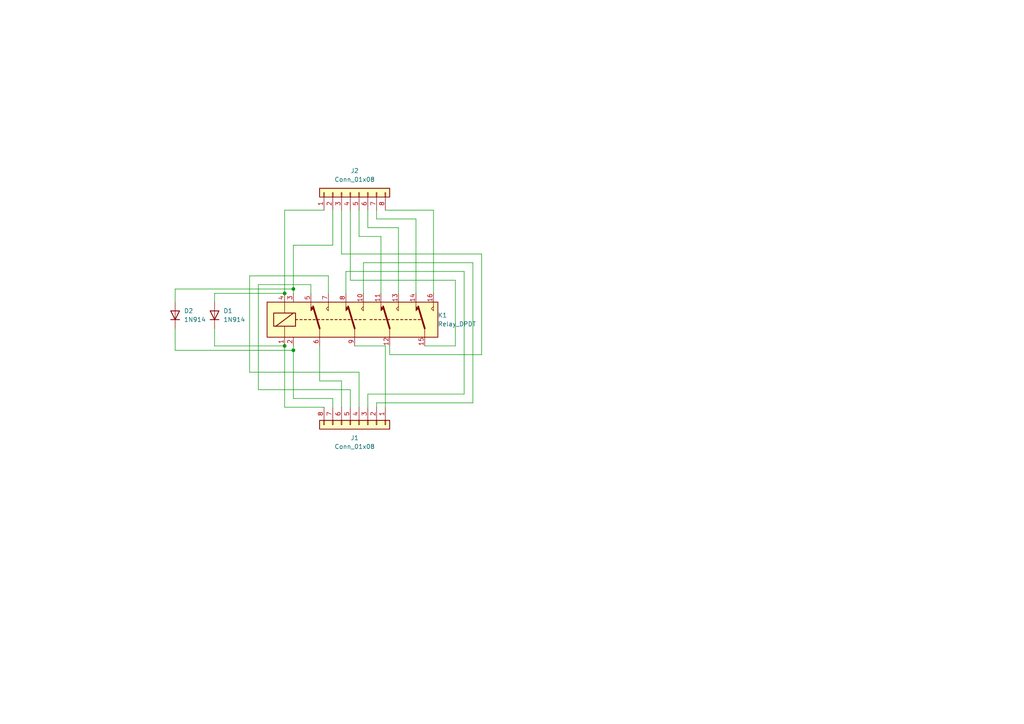
<source format=kicad_sch>
(kicad_sch (version 20230121) (generator eeschema)
  (paper "A4")
  (lib_symbols
    (symbol "Connector_Generic:Conn_01x08" (pin_names (offset 1.016) hide)
      (property "Reference" "J" (at 0 10.16 0))
      (property "Value" "Conn_01x08" (at 0 -12.7 0))
      (symbol "Conn_01x08_1_1"
        (rectangle (start -1.27 -10.033) (end 0 -10.287) (stroke (width 0.1524)))
        (rectangle (start -1.27 -7.493) (end 0 -7.747) (stroke (width 0.1524)))
        (rectangle (start -1.27 -4.953) (end 0 -5.207) (stroke (width 0.1524)))
        (rectangle (start -1.27 -2.413) (end 0 -2.667) (stroke (width 0.1524)))
        (rectangle (start -1.27 0.127) (end 0 -0.127) (stroke (width 0.1524)))
        (rectangle (start -1.27 2.667) (end 0 2.413) (stroke (width 0.1524)))
        (rectangle (start -1.27 5.207) (end 0 4.953) (stroke (width 0.1524)))
        (rectangle (start -1.27 7.747) (end 0 7.493) (stroke (width 0.1524)))
        (rectangle (start -1.27 8.89) (end 1.27 -11.43) (stroke (width 0.254)) (fill (type background)))
        (pin passive line (at -5.08 7.62 0) (length 3.81) (name "Pin_1") (number "1"))
        (pin passive line (at -5.08 5.08 0) (length 3.81) (name "Pin_2") (number "2"))
        (pin passive line (at -5.08 2.54 0) (length 3.81) (name "Pin_3") (number "3"))
        (pin passive line (at -5.08 0 0) (length 3.81) (name "Pin_4") (number "4"))
        (pin passive line (at -5.08 -2.54 0) (length 3.81) (name "Pin_5") (number "5"))
        (pin passive line (at -5.08 -5.08 0) (length 3.81) (name "Pin_6") (number "6"))
        (pin passive line (at -5.08 -7.62 0) (length 3.81) (name "Pin_7") (number "7"))
        (pin passive line (at -5.08 -10.16 0) (length 3.81) (name "Pin_8") (number "8"))
      )
    )
    (symbol "Diode:1N914" (pin_numbers hide) (pin_names hide)
      (property "Reference" "D" (at 0 2.54 0))
      (property "Value" "1N914" (at 0 -2.54 0))
      (symbol "1N914_0_1"
        (polyline (pts (xy -1.27 1.27) (xy -1.27 -1.27)) (stroke (width 0.254)))
        (polyline (pts (xy 1.27 0) (xy -1.27 0)))
        (polyline (pts (xy 1.27 1.27) (xy 1.27 -1.27) (xy -1.27 0) (xy 1.27 1.27)) (stroke (width 0.254)))
      )
      (symbol "1N914_1_1"
        (pin passive line (at -3.81 0 0) (length 2.54) (name "K") (number "1"))
        (pin passive line (at 3.81 0 180) (length 2.54) (name "A") (number "2"))
      )
    )
    (symbol "Relay:Relay_DPDT"
      (property "Reference" "K1" (at 34.29 1.27 0))
      (property "Value" "Relay_DPDT" (at 34.29 -1.27 0))
      (symbol "Relay_DPDT_0_1"
        (rectangle (start -15.24 5.08) (end 34.29 -5.08) (stroke (width 0.254)) (fill (type background)))
        (rectangle (start -13.335 1.905) (end -6.985 -1.905) (stroke (width 0.254)))
        (polyline (pts (xy -12.7 -1.905) (xy -7.62 1.905)) (stroke (width 0.254)))
        (polyline (pts (xy -10.16 -5.08) (xy -10.16 -1.905)))
        (polyline (pts (xy -10.16 5.08) (xy -10.16 1.905)))
        (polyline (pts (xy -6.985 0) (xy -6.35 0)) (stroke (width 0.254)))
        (polyline (pts (xy -5.715 0) (xy -5.08 0)) (stroke (width 0.254)))
        (polyline (pts (xy -4.445 0) (xy -3.81 0)) (stroke (width 0.254)))
        (polyline (pts (xy -3.175 0) (xy -2.54 0)) (stroke (width 0.254)))
        (polyline (pts (xy -1.905 0) (xy -1.27 0)) (stroke (width 0.254)))
        (polyline (pts (xy -0.635 0) (xy 0 0)) (stroke (width 0.254)))
        (polyline (pts (xy 0 -2.54) (xy -1.905 3.81)) (stroke (width 0.508)))
        (polyline (pts (xy 0 -2.54) (xy 0 -5.08)))
        (polyline (pts (xy 0.635 0) (xy 1.27 0)) (stroke (width 0.254)))
        (polyline (pts (xy 1.905 0) (xy 2.54 0)) (stroke (width 0.254)))
        (polyline (pts (xy 3.175 0) (xy 3.81 0)) (stroke (width 0.254)))
        (polyline (pts (xy 4.445 0) (xy 5.08 0)) (stroke (width 0.254)))
        (polyline (pts (xy 5.715 0) (xy 6.35 0)) (stroke (width 0.254)))
        (polyline (pts (xy 6.985 0) (xy 7.62 0)) (stroke (width 0.254)))
        (polyline (pts (xy 8.255 0) (xy 8.89 0)) (stroke (width 0.254)))
        (polyline (pts (xy 10.16 -2.54) (xy 8.255 3.81)) (stroke (width 0.508)))
        (polyline (pts (xy 10.16 -2.54) (xy 10.16 -5.08)))
        (polyline (pts (xy 10.16 0) (xy 10.795 0)) (stroke (width 0.254)))
        (polyline (pts (xy 11.43 0) (xy 12.065 0)) (stroke (width 0.254)))
        (polyline (pts (xy 12.7 0) (xy 13.335 0)) (stroke (width 0.254)))
        (polyline (pts (xy 14.605 0) (xy 15.24 0)) (stroke (width 0.254)))
        (polyline (pts (xy 15.875 0) (xy 16.51 0)) (stroke (width 0.254)))
        (polyline (pts (xy 17.145 0) (xy 17.78 0)) (stroke (width 0.254)))
        (polyline (pts (xy 18.415 0) (xy 19.05 0)) (stroke (width 0.254)))
        (polyline (pts (xy 19.685 0) (xy 20.32 0)) (stroke (width 0.254)))
        (polyline (pts (xy 20.32 -2.54) (xy 18.415 3.81)) (stroke (width 0.508)))
        (polyline (pts (xy 20.32 -2.54) (xy 20.32 -5.08)))
        (polyline (pts (xy 20.955 0) (xy 21.59 0)) (stroke (width 0.254)))
        (polyline (pts (xy 22.225 0) (xy 22.86 0)) (stroke (width 0.254)))
        (polyline (pts (xy 23.495 0) (xy 24.13 0)) (stroke (width 0.254)))
        (polyline (pts (xy 24.765 0) (xy 25.4 0)) (stroke (width 0.254)))
        (polyline (pts (xy 26.035 0) (xy 26.67 0)) (stroke (width 0.254)))
        (polyline (pts (xy 27.305 0) (xy 27.94 0)) (stroke (width 0.254)))
        (polyline (pts (xy 28.575 0) (xy 29.21 0)) (stroke (width 0.254)))
        (polyline (pts (xy 30.48 -2.54) (xy 28.575 3.81)) (stroke (width 0.508)))
        (polyline (pts (xy 30.48 -2.54) (xy 30.48 -5.08)))
        (polyline (pts (xy -2.54 5.08) (xy -2.54 2.54) (xy -1.905 3.175) (xy -2.54 3.81)) (fill (type outline)))
        (polyline (pts (xy 2.54 5.08) (xy 2.54 2.54) (xy 1.905 3.175) (xy 2.54 3.81)))
        (polyline (pts (xy 7.62 5.08) (xy 7.62 2.54) (xy 8.255 3.175) (xy 7.62 3.81)) (fill (type outline)))
        (polyline (pts (xy 12.7 5.08) (xy 12.7 2.54) (xy 12.065 3.175) (xy 12.7 3.81)))
        (polyline (pts (xy 17.78 5.08) (xy 17.78 2.54) (xy 18.415 3.175) (xy 17.78 3.81)) (fill (type outline)))
        (polyline (pts (xy 22.86 5.08) (xy 22.86 2.54) (xy 22.225 3.175) (xy 22.86 3.81)))
        (polyline (pts (xy 27.94 5.08) (xy 27.94 2.54) (xy 28.575 3.175) (xy 27.94 3.81)) (fill (type outline)))
        (polyline (pts (xy 33.02 5.08) (xy 33.02 2.54) (xy 32.385 3.175) (xy 33.02 3.81)))
      )
      (symbol "Relay_DPDT_1_1"
        (pin passive line (at -10.16 -7.62 90) (length 2.54) (name "~") (number "1"))
        (pin passive line (at 12.7 7.62 270) (length 2.54) (name "~") (number "10"))
        (pin passive line (at 17.78 7.62 270) (length 2.54) (name "~") (number "11"))
        (pin passive line (at 20.32 -7.62 90) (length 2.54) (name "~") (number "12"))
        (pin passive line (at 22.86 7.62 270) (length 2.54) (name "~") (number "13"))
        (pin passive line (at 27.94 7.62 270) (length 2.54) (name "~") (number "14"))
        (pin passive line (at 30.48 -7.62 90) (length 2.54) (name "~") (number "15"))
        (pin passive line (at 33.02 7.62 270) (length 2.54) (name "~") (number "16"))
        (pin passive line (at -7.62 -7.62 90) (length 2.54) (name "~") (number "2"))
        (pin passive line (at -7.62 7.62 270) (length 2.54) (name "~") (number "3"))
        (pin passive line (at -10.16 7.62 270) (length 2.54) (name "~") (number "4"))
        (pin passive line (at -2.54 7.62 270) (length 2.54) (name "~") (number "5"))
        (pin passive line (at 0 -7.62 90) (length 2.54) (name "~") (number "6"))
        (pin passive line (at 2.54 7.62 270) (length 2.54) (name "~") (number "7"))
        (pin passive line (at 7.62 7.62 270) (length 2.54) (name "~") (number "8"))
        (pin passive line (at 10.16 -7.62 90) (length 2.54) (name "~") (number "9"))
      )
    )
  )
  (junction (at 82.55 85.09))
  (junction (at 85.09 101.6))
  (junction (at 85.09 83.82))
  (junction (at 82.55 100.33))
  (wire (pts (xy 90.17 82.55) (xy 74.93 82.55)))
  (wire (pts (xy 96.52 115.57) (xy 96.52 118.11)))
  (wire (pts (xy 72.39 107.95) (xy 104.14 107.95)))
  (wire (pts (xy 85.09 83.82) (xy 85.09 71.12)))
  (wire (pts (xy 111.76 100.33) (xy 111.76 118.11)))
  (wire (pts (xy 125.73 85.09) (xy 125.73 60.96)))
  (wire (pts (xy 74.93 82.55) (xy 74.93 113.03)))
  (wire (pts (xy 106.68 66.04) (xy 106.68 60.96)))
  (wire (pts (xy 85.09 85.09) (xy 85.09 83.82)))
  (wire (pts (xy 134.62 114.3) (xy 106.68 114.3)))
  (wire (pts (xy 125.73 60.96) (xy 111.76 60.96)))
  (wire (pts (xy 85.09 100.33) (xy 85.09 101.6)))
  (wire (pts (xy 104.14 107.95) (xy 104.14 118.11)))
  (wire (pts (xy 62.23 85.09) (xy 62.23 87.63)))
  (wire (pts (xy 115.57 66.04) (xy 106.68 66.04)))
  (wire (pts (xy 101.6 81.28) (xy 101.6 60.96)))
  (wire (pts (xy 100.33 78.74) (xy 134.62 78.74)))
  (wire (pts (xy 109.22 63.5) (xy 109.22 60.96)))
  (wire (pts (xy 95.25 80.01) (xy 72.39 80.01)))
  (wire (pts (xy 115.57 85.09) (xy 115.57 66.04)))
  (wire (pts (xy 82.55 100.33) (xy 82.55 118.11)))
  (wire (pts (xy 139.7 73.66) (xy 99.06 73.66)))
  (wire (pts (xy 50.8 101.6) (xy 50.8 95.25)))
  (wire (pts (xy 105.41 85.09) (xy 105.41 76.2)))
  (wire (pts (xy 110.49 85.09) (xy 110.49 68.58)))
  (wire (pts (xy 102.87 100.33) (xy 111.76 100.33)))
  (wire (pts (xy 99.06 110.49) (xy 99.06 118.11)))
  (wire (pts (xy 113.03 100.33) (xy 113.03 102.87)))
  (wire (pts (xy 92.71 100.33) (xy 92.71 110.49)))
  (wire (pts (xy 120.65 63.5) (xy 109.22 63.5)))
  (wire (pts (xy 99.06 73.66) (xy 99.06 60.96)))
  (wire (pts (xy 74.93 113.03) (xy 101.6 113.03)))
  (wire (pts (xy 134.62 78.74) (xy 134.62 114.3)))
  (wire (pts (xy 50.8 83.82) (xy 50.8 87.63)))
  (wire (pts (xy 82.55 85.09) (xy 82.55 60.96)))
  (wire (pts (xy 72.39 80.01) (xy 72.39 107.95)))
  (wire (pts (xy 92.71 110.49) (xy 99.06 110.49)))
  (wire (pts (xy 123.19 100.33) (xy 132.08 100.33)))
  (wire (pts (xy 82.55 100.33) (xy 62.23 100.33)))
  (wire (pts (xy 110.49 68.58) (xy 104.14 68.58)))
  (wire (pts (xy 62.23 100.33) (xy 62.23 95.25)))
  (wire (pts (xy 82.55 85.09) (xy 62.23 85.09)))
  (wire (pts (xy 113.03 102.87) (xy 139.7 102.87)))
  (wire (pts (xy 104.14 68.58) (xy 104.14 60.96)))
  (wire (pts (xy 137.16 76.2) (xy 137.16 116.84)))
  (wire (pts (xy 132.08 81.28) (xy 101.6 81.28)))
  (wire (pts (xy 105.41 76.2) (xy 137.16 76.2)))
  (wire (pts (xy 85.09 71.12) (xy 96.52 71.12)))
  (wire (pts (xy 85.09 101.6) (xy 50.8 101.6)))
  (wire (pts (xy 100.33 85.09) (xy 100.33 78.74)))
  (wire (pts (xy 96.52 71.12) (xy 96.52 60.96)))
  (wire (pts (xy 82.55 60.96) (xy 93.98 60.96)))
  (wire (pts (xy 82.55 118.11) (xy 93.98 118.11)))
  (wire (pts (xy 101.6 113.03) (xy 101.6 118.11)))
  (wire (pts (xy 106.68 114.3) (xy 106.68 118.11)))
  (wire (pts (xy 139.7 102.87) (xy 139.7 73.66)))
  (wire (pts (xy 85.09 101.6) (xy 85.09 115.57)))
  (wire (pts (xy 132.08 100.33) (xy 132.08 81.28)))
  (wire (pts (xy 137.16 116.84) (xy 109.22 116.84)))
  (wire (pts (xy 109.22 116.84) (xy 109.22 118.11)))
  (wire (pts (xy 85.09 115.57) (xy 96.52 115.57)))
  (wire (pts (xy 85.09 83.82) (xy 50.8 83.82)))
  (wire (pts (xy 120.65 85.09) (xy 120.65 63.5)))
  (wire (pts (xy 95.25 85.09) (xy 95.25 80.01)))
  (wire (pts (xy 90.17 85.09) (xy 90.17 82.55)))
  (symbol (lib_id "Connector_Generic:Conn_01x08") (at 101.6 55.88 90) (unit 1)
    (property "Reference" "J2" (at 102.87 49.53 90))
    (property "Value" "Conn_01x08" (at 102.87 52.07 90))
    (property "Footprint" "Connector_PinHeader_2.54mm:PinHeader_1x08_P2.54mm_Vertical" (effects hide))
  )
  (symbol (lib_id "Relay:Relay_DPDT") (at 92.71 92.71 0) (unit 1)
    (property "Reference" "K1" (at 127 91.44 0) (effects (justify left)))
    (property "Value" "Relay_DPDT" (at 127 93.98 0) (effects (justify left)))
    (property "Footprint" "customComponents:V23154" (effects hide))
  )
  (symbol (lib_id "Connector_Generic:Conn_01x08") (at 104.14 123.19 270) (unit 1)
    (property "Reference" "J1" (at 102.87 127 90))
    (property "Value" "Conn_01x08" (at 102.87 129.54 90))
    (property "Footprint" "Connector_PinHeader_2.54mm:PinHeader_1x08_P2.54mm_Vertical" (effects hide))
  )
  (symbol (lib_id "Diode:1N914") (at 62.23 91.44 90) (unit 1)
    (property "Reference" "D1" (at 64.77 90.17 90) (effects (justify right)))
    (property "Value" "1N914" (at 64.77 92.71 90) (effects (justify right)))
    (property "Footprint" "Diode_THT:D_DO-35_SOD27_P7.62mm_Horizontal" (effects hide))
    (property "Datasheet" "http://www.vishay.com/docs/85622/1n914.pdf" (effects hide))
    (property "Sim.Device" "D" (effects hide))
    (property "Sim.Pins" "1=K 2=A" (effects hide))
  )
  (symbol (lib_id "Diode:1N914") (at 50.8 91.44 90) (unit 1)
    (property "Reference" "D2" (at 53.34 90.17 90) (effects (justify right)))
    (property "Value" "1N914" (at 53.34 92.71 90) (effects (justify right)))
    (property "Footprint" "Diode_THT:D_DO-35_SOD27_P7.62mm_Horizontal" (effects hide))
    (property "Datasheet" "http://www.vishay.com/docs/85622/1n914.pdf" (effects hide))
    (property "Sim.Device" "D" (effects hide))
    (property "Sim.Pins" "1=K 2=A" (effects hide))
  )
)
</source>
